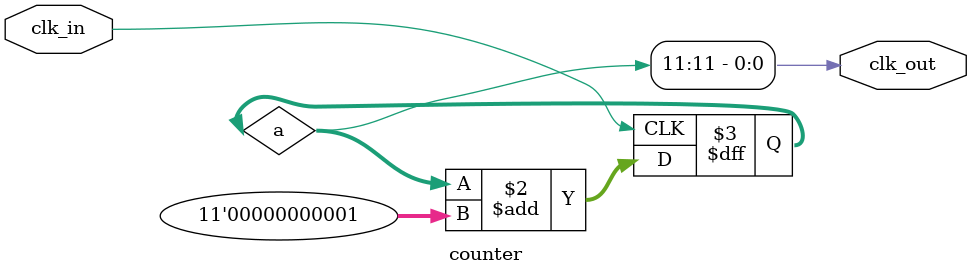
<source format=v>
module counter (
	clk_in,
	clk_out
);
	input  wire clk_in;
	output wire clk_out;
	
	reg [11:0] a;
	
	always@(posedge clk_in)begin
		a <= a+11'b00000000001;
	end
	
	assign clk_out = a[11];
	
endmodule
	
</source>
